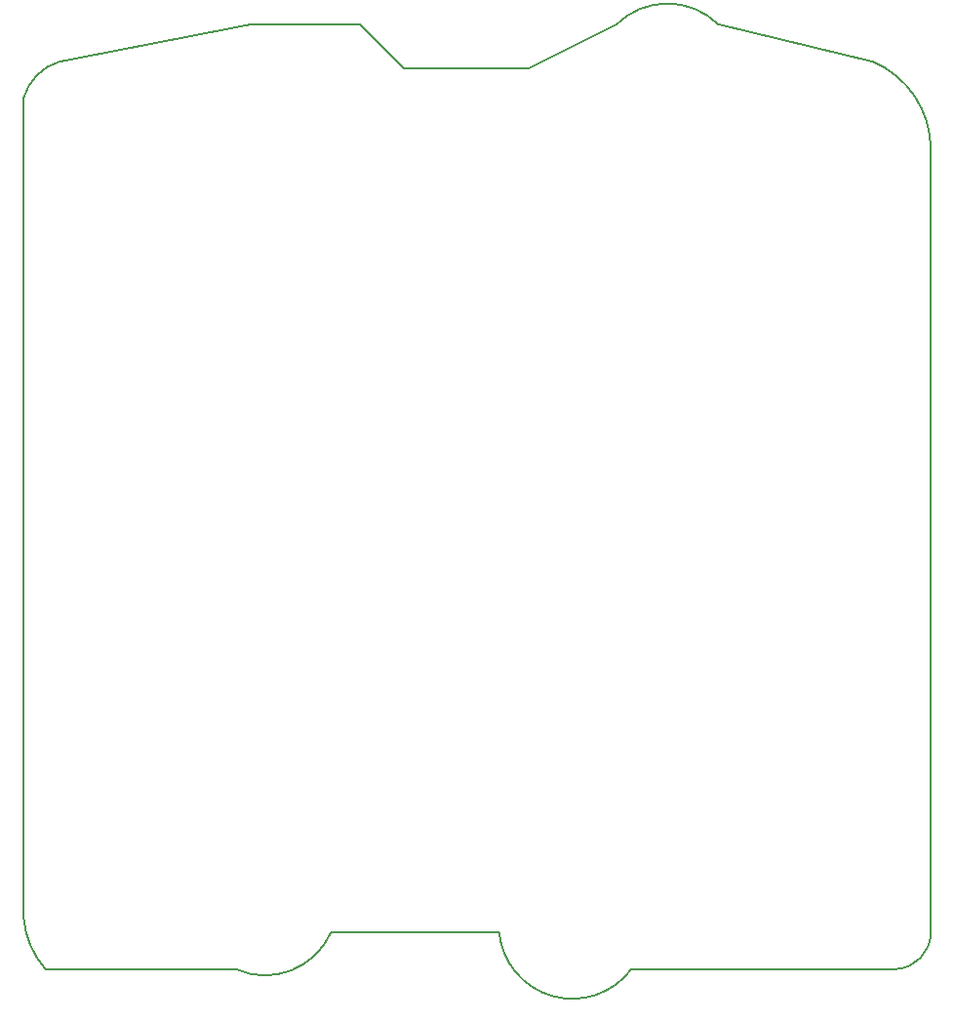
<source format=gbr>
%TF.GenerationSoftware,KiCad,Pcbnew,5.0.2-bee76a0~70~ubuntu18.04.1*%
%TF.CreationDate,2019-03-23T17:03:39+02:00*%
%TF.ProjectId,servos_control_schem,73657276-6f73-45f6-936f-6e74726f6c5f,rev?*%
%TF.SameCoordinates,Original*%
%TF.FileFunction,Paste,Bot*%
%TF.FilePolarity,Positive*%
%FSLAX46Y46*%
G04 Gerber Fmt 4.6, Leading zero omitted, Abs format (unit mm)*
G04 Created by KiCad (PCBNEW 5.0.2-bee76a0~70~ubuntu18.04.1) date Sat 23 Mar 2019 05:03:39 PM EET*
%MOMM*%
%LPD*%
G01*
G04 APERTURE LIST*
%ADD10C,0.150000*%
%ADD11C,0.200000*%
G04 APERTURE END LIST*
D10*
X187325000Y-135255000D02*
X188595000Y-135255000D01*
X191770000Y-64135000D02*
X191770000Y-132080000D01*
X191770000Y-132080000D02*
G75*
G02X188595000Y-135255000I-3175000J0D01*
G01*
D11*
X165760335Y-135274003D02*
G75*
G02X154305001Y-132079999I-5105335J3829003D01*
G01*
D10*
X113030001Y-59690000D02*
X113030001Y-130809999D01*
X113030001Y-59690000D02*
G75*
G02X116205001Y-56515001I4444999J-1270000D01*
G01*
X173355000Y-53340000D02*
X186690000Y-56515000D01*
X186690000Y-56515000D02*
G75*
G02X191770000Y-64135000I-3175000J-7620000D01*
G01*
X156845000Y-57150000D02*
X164465000Y-53340000D01*
X146050000Y-57150000D02*
X142240000Y-53340000D01*
X156845000Y-57150000D02*
X146050000Y-57150000D01*
X164465001Y-53340001D02*
G75*
G02X173354999Y-53340001I4444999J-4444999D01*
G01*
X114935000Y-135255000D02*
X125095000Y-135255000D01*
X114935001Y-135254998D02*
G75*
G02X113030001Y-130809999I5714999J5079998D01*
G01*
X132715000Y-53340000D02*
X116205000Y-56515000D01*
X142240000Y-53340000D02*
X132715000Y-53340000D01*
X165735000Y-135255000D02*
X169545000Y-135255000D01*
X140970000Y-132080000D02*
X154305000Y-132080000D01*
X131445000Y-135255000D02*
X130175000Y-135255000D01*
X139699999Y-132079999D02*
G75*
G02X131445001Y-135254999I-5714999J2539999D01*
G01*
X139700000Y-132080000D02*
X140970000Y-132080000D01*
X126365000Y-135255000D02*
X130175000Y-135255000D01*
X169545000Y-135255000D02*
X187325000Y-135255000D01*
X126365000Y-135255000D02*
X125095000Y-135255000D01*
M02*

</source>
